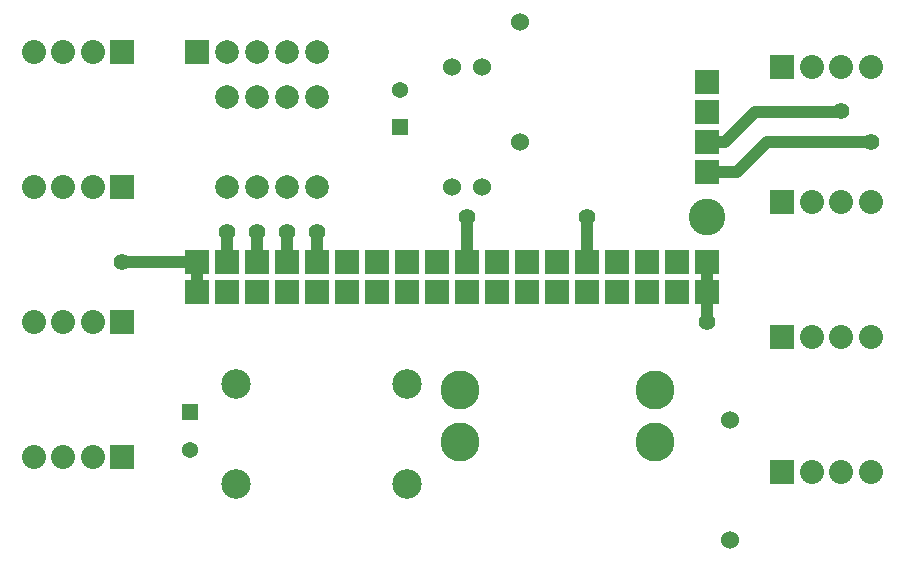
<source format=gbr>
G04 EasyPC Gerber Version 20.0.2 Build 4112 *
G04 #@! TF.Part,Single*
G04 #@! TF.FileFunction,Copper,L1,Top *
%FSLAX35Y35*%
%MOIN*%
G04 #@! TA.AperFunction,SMDPad*
%ADD104R,0.07874X0.07874*%
G04 #@! TA.AperFunction,ComponentPad*
%ADD102R,0.05400X0.05400*%
%ADD108R,0.07874X0.07874*%
%ADD105R,0.08000X0.08000*%
G04 #@! TD.AperFunction*
%ADD112C,0.03937*%
G04 #@! TA.AperFunction,ComponentPad*
%ADD103C,0.05400*%
G04 #@! TA.AperFunction,ViaPad*
%ADD111C,0.05591*%
G04 #@! TD.AperFunction*
%ADD22C,0.06000*%
G04 #@! TA.AperFunction,ComponentPad*
%ADD107C,0.07874*%
%ADD106C,0.08000*%
%ADD101C,0.09843*%
G04 #@! TA.AperFunction,WasherPad*
%ADD100C,0.12205*%
G04 #@! TA.AperFunction,ComponentPad*
%ADD110C,0.12992*%
G04 #@! TA.AperFunction,SMDPad*
%ADD109R,0.07874X0.07874*%
X0Y0D02*
D02*
D22*
X150256Y127750D03*
Y167750D03*
X160256Y127750D03*
Y167750D03*
X172756Y142750D03*
Y182750D03*
X242756Y10250D03*
Y50250D03*
D02*
D100*
X235256Y117750D03*
D02*
D101*
X78169Y28695D03*
Y62159D03*
X135256Y28695D03*
Y62159D03*
D02*
D102*
X62756Y52750D03*
X132756Y147750D03*
D02*
D103*
X62756Y40250D03*
X132756Y160250D03*
D02*
D104*
X65256Y92750D03*
Y102750D03*
X75256Y92750D03*
Y102750D03*
X85256Y92750D03*
Y102750D03*
X95256Y92750D03*
Y102750D03*
X105256Y92750D03*
Y102750D03*
X115256Y92750D03*
X125256D03*
X135256D03*
X145256D03*
X155256D03*
Y102750D03*
X165256Y92750D03*
Y102750D03*
X175256D03*
X195256D03*
X205256Y92750D03*
Y102750D03*
X215256Y92750D03*
Y102750D03*
X225256Y92750D03*
Y102750D03*
X235256Y92750D03*
Y102750D03*
Y132750D03*
Y142750D03*
Y152750D03*
Y162750D03*
D02*
D105*
X40256Y37750D03*
Y82750D03*
Y127750D03*
Y172750D03*
X260256Y32750D03*
Y77750D03*
Y122750D03*
Y167750D03*
D02*
D106*
X10728Y37750D03*
Y82750D03*
Y127750D03*
Y172750D03*
X20571Y37750D03*
Y82750D03*
Y127750D03*
Y172750D03*
X30413Y37750D03*
Y82750D03*
Y127750D03*
Y172750D03*
X270098Y32750D03*
Y77750D03*
Y122750D03*
Y167750D03*
X279941Y32750D03*
Y77750D03*
Y122750D03*
Y167750D03*
X289783Y32750D03*
Y77750D03*
Y122750D03*
Y167750D03*
D02*
D107*
X75222Y127750D03*
Y157750D03*
X75256Y172750D03*
X85222Y127750D03*
Y157750D03*
X85256Y172750D03*
X95222Y127750D03*
Y157750D03*
X95256Y172750D03*
X105222Y127750D03*
Y157750D03*
X105256Y172750D03*
D02*
D108*
X65256D03*
D02*
D109*
X115256Y102750D03*
X125256D03*
X135256D03*
X145256D03*
X175256Y92750D03*
X185256D03*
Y102750D03*
X195256Y92750D03*
D02*
D110*
X152717Y60250D03*
X152756Y42750D03*
X217756Y60250D03*
X217795Y42750D03*
D02*
D111*
X40256Y102750D03*
X75256Y112750D03*
X85256D03*
X95256D03*
X105256D03*
X155256Y117750D03*
X195256D03*
X235256Y82750D03*
X280006Y153000D03*
X289756Y142750D03*
D02*
D112*
X40256Y102750D02*
X65256D01*
Y92750*
X75256Y102750D02*
Y112750D01*
X85256Y102750D02*
Y112750D01*
X95256Y102750D02*
Y112750D01*
X105256Y102750D02*
Y112750D01*
X155256Y102750D02*
Y117750D01*
X195256Y102750D02*
Y117750D01*
X235256Y92750D02*
Y82750D01*
Y102750D02*
Y92750D01*
X280006Y153000D02*
X280256Y152750D01*
X251140*
X241140Y142750*
X235256*
X289756D02*
X255256D01*
X245256Y132750*
X235256*
X0Y0D02*
M02*

</source>
